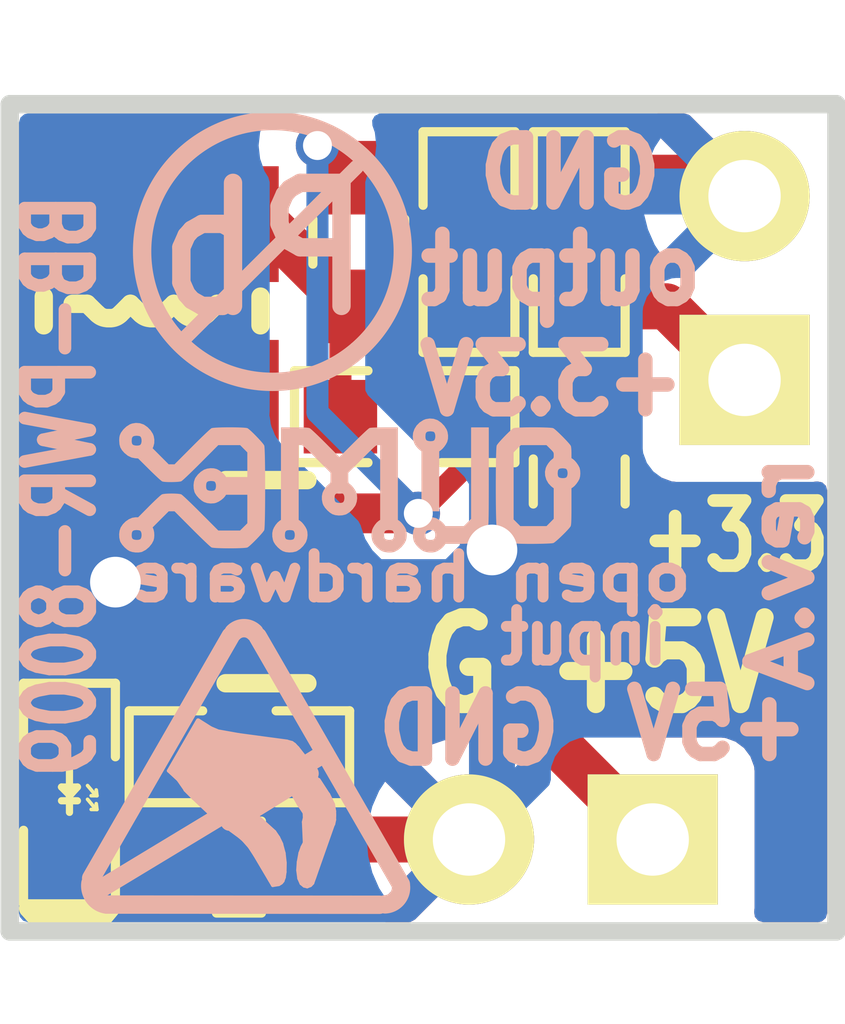
<source format=kicad_pcb>
(kicad_pcb (version 20221018) (generator pcbnew)
  (layers (0 "F.Cu" signal) (31 "B.Cu" signal) (34 "B.Paste" user) (35 "F.Paste" user) (36 "B.SilkS" user "B.Silkscreen") (37 "F.SilkS" user "F.Silkscreen") (38 "B.Mask" user) (39 "F.Mask" user) (44 "Edge.Cuts" user))
  (net 0 "")
  (net 1 "Net-(C1-Pad1)")
  (net 2 "GND")
  (net 3 "Net-(C2-Pad1)")
  (net 4 "Net-(C2-Pad2)")
  (net 5 "Net-(L1-Pad1)")
  (net 6 "Net-(D1-Pad1)")
  (footprint "kicad_wrk:C_0603" (layer "F.Cu") (at 18.415 28.067)
    (fp_text reference "C1" hide)
    (fp_text value "22uF/6.3V" hide)
    (fp_line (start -1.524 -0.635) (end -1.524 0.635) (stroke (width 0.127)) (layer "F.SilkS"))
    (fp_line (start -1.524 -0.635) (end -0.508 -0.635) (stroke (width 0.127)) (layer "F.SilkS"))
    (fp_line (start -1.524 0.635) (end -0.508 0.635) (stroke (width 0.127)) (layer "F.SilkS"))
    (fp_line (start 0.508 -0.635) (end 1.524 -0.635) (stroke (width 0.127)) (layer "F.SilkS"))
    (fp_line (start 1.524 -0.635) (end 1.524 0.635) (stroke (width 0.127)) (layer "F.SilkS"))
    (fp_line (start 1.524 0.635) (end 0.508 0.635) (stroke (width 0.127)) (layer "F.SilkS"))
    (pad "1" smd rect (at -0.889 0) (size 1.016 1.016) (layers "F.Cu" "F.Paste" "F.Mask") (net 1 "Net-(C1-Pad1)"))
    (pad "2" smd rect (at 0.889 0) (size 1.016 1.016) (layers "F.Cu" "F.Paste" "F.Mask") (net 2 "GND"))
  )
  (footprint "kicad_wrk:C_0603" (layer "F.Cu") (at 20.701 23.368)
    (fp_text reference "C2" hide)
    (fp_text value "22pF" hide)
    (fp_line (start -1.524 -0.635) (end -1.524 0.635) (stroke (width 0.127)) (layer "F.SilkS"))
    (fp_line (start -1.524 -0.635) (end -0.508 -0.635) (stroke (width 0.127)) (layer "F.SilkS"))
    (fp_line (start -1.524 0.635) (end -0.508 0.635) (stroke (width 0.127)) (layer "F.SilkS"))
    (fp_line (start 0.508 -0.635) (end 1.524 -0.635) (stroke (width 0.127)) (layer "F.SilkS"))
    (fp_line (start 1.524 -0.635) (end 1.524 0.635) (stroke (width 0.127)) (layer "F.SilkS"))
    (fp_line (start 1.524 0.635) (end 0.508 0.635) (stroke (width 0.127)) (layer "F.SilkS"))
    (pad "1" smd rect (at -0.889 0) (size 1.016 1.016) (layers "F.Cu" "F.Paste" "F.Mask") (net 3 "Net-(C2-Pad1)"))
    (pad "2" smd rect (at 0.889 0) (size 1.016 1.016) (layers "F.Cu" "F.Paste" "F.Mask") (net 4 "Net-(C2-Pad2)"))
  )
  (footprint "kicad_wrk:C_0603" (layer "F.Cu") (at 23.114 20.955 90)
    (fp_text reference "C3" hide)
    (fp_text value "22uF/6.3V" hide)
    (fp_line (start -1.524 -0.635) (end -1.524 0.635) (stroke (width 0.127)) (layer "F.SilkS"))
    (fp_line (start -1.524 -0.635) (end -0.508 -0.635) (stroke (width 0.127)) (layer "F.SilkS"))
    (fp_line (start -1.524 0.635) (end -0.508 0.635) (stroke (width 0.127)) (layer "F.SilkS"))
    (fp_line (start 0.508 -0.635) (end 1.524 -0.635) (stroke (width 0.127)) (layer "F.SilkS"))
    (fp_line (start 1.524 -0.635) (end 1.524 0.635) (stroke (width 0.127)) (layer "F.SilkS"))
    (fp_line (start 1.524 0.635) (end 0.508 0.635) (stroke (width 0.127)) (layer "F.SilkS"))
    (pad "1" smd rect (at -0.889 0 90) (size 1.016 1.016) (layers "F.Cu" "F.Paste" "F.Mask") (net 3 "Net-(C2-Pad1)"))
    (pad "2" smd rect (at 0.889 0 90) (size 1.016 1.016) (layers "F.Cu" "F.Paste" "F.Mask") (net 2 "GND"))
  )
  (footprint "kicad_wrk:C_0603" (layer "F.Cu") (at 21.59 20.955 90)
    (fp_text reference "C4" hide)
    (fp_text value "22uF/6.3V" hide)
    (fp_line (start -1.524 -0.635) (end -1.524 0.635) (stroke (width 0.127)) (layer "F.SilkS"))
    (fp_line (start -1.524 -0.635) (end -0.508 -0.635) (stroke (width 0.127)) (layer "F.SilkS"))
    (fp_line (start -1.524 0.635) (end -0.508 0.635) (stroke (width 0.127)) (layer "F.SilkS"))
    (fp_line (start 0.508 -0.635) (end 1.524 -0.635) (stroke (width 0.127)) (layer "F.SilkS"))
    (fp_line (start 1.524 -0.635) (end 1.524 0.635) (stroke (width 0.127)) (layer "F.SilkS"))
    (fp_line (start 1.524 0.635) (end 0.508 0.635) (stroke (width 0.127)) (layer "F.SilkS"))
    (pad "1" smd rect (at -0.889 0 90) (size 1.016 1.016) (layers "F.Cu" "F.Paste" "F.Mask") (net 3 "Net-(C2-Pad1)"))
    (pad "2" smd rect (at 0.889 0 90) (size 1.016 1.016) (layers "F.Cu" "F.Paste" "F.Mask") (net 2 "GND"))
  )
  (footprint "OLIMEX_RLC-FP:CD32" (layer "F.Cu") (at 17.2085 21.9075 90)
    (fp_text reference "L1" hide)
    (fp_text value "2.2uH/1.5A/JCR<0.1R/CD32" hide)
    (fp_line (start -0.09906 -0.58166) (end -0.09906 -0.61468) (stroke (width 0.254)) (layer "F.SilkS"))
    (fp_line (start -0.09906 0.01524) (end -0.09906 -0.01524) (stroke (width 0.254)) (layer "F.SilkS"))
    (fp_line (start -0.09906 0.61468) (end -0.09906 0.58166) (stroke (width 0.254)) (layer "F.SilkS"))
    (fp_line (start -0.04064 -0.75692) (end 0.09906 -0.89916) (stroke (width 0.254)) (layer "F.SilkS"))
    (fp_line (start -0.04064 -0.15748) (end 0.09906 -0.29972) (stroke (width 0.254)) (layer "F.SilkS"))
    (fp_line (start -0.04064 0.43942) (end 0.09906 0.29972) (stroke (width 0.254)) (layer "F.SilkS"))
    (fp_line (start 0.09906 -0.89916) (end 0.09906 -1.09982) (stroke (width 0.254)) (layer "F.SilkS"))
    (fp_line (start 0.09906 -0.29972) (end -0.04064 -0.43942) (stroke (width 0.254)) (layer "F.SilkS"))
    (fp_line (start 0.09906 0.29972) (end -0.04064 0.15748) (stroke (width 0.254)) (layer "F.SilkS"))
    (fp_line (start 0.09906 0.89916) (end -0.04064 0.75692) (stroke (width 0.254)) (layer "F.SilkS"))
    (fp_line (start 0.09906 1.09982) (end 0.09906 0.89916) (stroke (width 0.254)) (layer "F.SilkS"))
    (fp_line (start 0.19812 -1.4986) (end -0.19812 -1.4986) (stroke (width 0.254)) (layer "F.SilkS"))
    (fp_line (start 0.19812 1.4986) (end -0.19812 1.4986) (stroke (width 0.254)) (layer "F.SilkS"))
    (fp_arc (start -0.09906 -0.61468) (mid -0.084045 -0.690337) (end -0.041276 -0.754527) (stroke (width 0.254)) (layer "F.SilkS"))
    (fp_arc (start -0.09906 -0.01524) (mid -0.084045 -0.090897) (end -0.041276 -0.155087) (stroke (width 0.254)) (layer "F.SilkS"))
    (fp_arc (start -0.09906 0.58166) (mid -0.084045 0.506003) (end -0.041276 0.441813) (stroke (width 0.254)) (layer "F.SilkS"))
    (fp_arc (start -0.04064 -0.43942) (mid -0.084371 -0.503548) (end -0.100298 -0.579516) (stroke (width 0.254)) (layer "F.SilkS"))
    (fp_arc (start -0.04064 0.15748) (mid -0.084371 0.093352) (end -0.100298 0.017384) (stroke (width 0.254)) (layer "F.SilkS"))
    (fp_arc (start -0.04064 0.75692) (mid -0.084371 0.692792) (end -0.100298 0.616824) (stroke (width 0.254)) (layer "F.SilkS"))
    (pad "1" smd rect (at -1.2 0 180) (size 3.5 1.6) (layers "F.Cu" "F.Paste" "F.Mask") (net 5 "Net-(L1-Pad1)") (clearance 0.0508))
    (pad "2" smd rect (at 1.2 0 180) (size 3.5 1.6) (layers "F.Cu" "F.Paste" "F.Mask") (net 3 "Net-(C2-Pad1)") (clearance 0.0508))
  )
  (footprint "OLIMEX_Jumpers-FP:HN1x2_Jumper" (layer "F.Cu") (at 22.86 29.21 180)
    (fp_text reference "P1" hide)
    (fp_text value "HN1x2" hide)
    (pad "1" thru_hole rect (at -1.27 0 270) (size 1.8 1.8) (drill 1) (layers "*.Cu" "*.Mask" "F.SilkS") (net 1 "Net-(C1-Pad1)"))
    (pad "2" thru_hole circle (at 1.27 0 270) (size 1.8 1.8) (drill 1) (layers "*.Cu" "*.Mask" "F.SilkS") (net 2 "GND"))
  )
  (footprint "OLIMEX_Jumpers-FP:HN1x2_Jumper" (layer "F.Cu") (at 25.4 21.59 90)
    (fp_text reference "P2" hide)
    (fp_text value "HN1x2" hide)
    (pad "1" thru_hole rect (at -1.27 0 180) (size 1.8 1.8) (drill 1) (layers "*.Cu" "*.Mask" "F.SilkS") (net 3 "Net-(C2-Pad1)"))
    (pad "2" thru_hole circle (at 1.27 0 180) (size 1.8 1.8) (drill 1) (layers "*.Cu" "*.Mask" "F.SilkS") (net 2 "GND"))
  )
  (footprint "OLIMEX_RLC-FP:R_0603_DWS" (layer "F.Cu") (at 20.066 20.955 90)
    (fp_text reference "R1" hide)
    (fp_text value "4.99K 1%" hide)
    (fp_line (start -0.3048 -0.635) (end 0.3175 -0.635) (stroke (width 0.127)) (layer "F.SilkS"))
    (fp_line (start -0.3048 0.635) (end 0.3175 0.635) (stroke (width 0.127)) (layer "F.SilkS"))
    (pad "1" smd rect (at -0.889 0 90) (size 1.016 1.016) (layers "F.Cu" "F.Paste" "F.Mask") (net 3 "Net-(C2-Pad1)") (clearance 0.0508))
    (pad "2" smd rect (at 0.889 0 90) (size 1.016 1.016) (layers "F.Cu" "F.Paste" "F.Mask") (net 4 "Net-(C2-Pad2)") (clearance 0.0508))
  )
  (footprint "OLIMEX_RLC-FP:R_0603_DWS" (layer "F.Cu") (at 23.114 24.257 -90)
    (fp_text reference "R2" hide)
    (fp_text value "1.1K 1%" hide)
    (fp_line (start -0.3048 -0.635) (end 0.3175 -0.635) (stroke (width 0.127)) (layer "F.SilkS"))
    (fp_line (start -0.3048 0.635) (end 0.3175 0.635) (stroke (width 0.127)) (layer "F.SilkS"))
    (pad "1" smd rect (at -0.889 0 270) (size 1.016 1.016) (layers "F.Cu" "F.Paste" "F.Mask") (net 4 "Net-(C2-Pad2)") (clearance 0.0508))
    (pad "2" smd rect (at 0.889 0 270) (size 1.016 1.016) (layers "F.Cu" "F.Paste" "F.Mask") (net 2 "GND") (clearance 0.0508))
  )
  (footprint "OLIMEX_IC-FP:SOT-23-5" (layer "F.Cu") (at 18.796 25.654 180)
    (fp_text reference "U1" hide)
    (fp_text value "SY8009AAAC(SOT23-5)" hide)
    (fp_line (start -0.5588 -1.397) (end 0.5715 -1.397) (stroke (width 0.254)) (layer "F.SilkS"))
    (fp_line (start -0.5588 1.4097) (end 0.5715 1.4097) (stroke (width 0.254)) (layer "F.SilkS"))
    (pad "1" smd rect (at 1.3 0.95 180) (size 1.2 0.55) (layers "F.Cu" "F.Paste" "F.Mask") (net 1 "Net-(C1-Pad1)") (clearance 0.0508))
    (pad "2" smd rect (at 1.3 0 180) (size 1.2 0.55) (layers "F.Cu" "F.Paste" "F.Mask") (net 2 "GND") (clearance 0.0508))
    (pad "3" smd rect (at 1.3 -0.95 180) (size 1.2 0.55) (layers "F.Cu" "F.Paste" "F.Mask") (net 5 "Net-(L1-Pad1)") (clearance 0.0508))
    (pad "4" smd rect (at -1.3 -0.95 180) (size 1.2 0.55) (layers "F.Cu" "F.Paste" "F.Mask") (net 1 "Net-(C1-Pad1)") (clearance 0.0508))
    (pad "5" smd rect (at -1.3 0.95 180) (size 1.2 0.55) (layers "F.Cu" "F.Paste" "F.Mask") (net 4 "Net-(C2-Pad2)") (clearance 0.0508))
  )
  (footprint "OLIMEX_LEDs-FP:LED_0603_KA" (layer "F.Cu") (at 16.0655 28.575 -90)
    (fp_text reference "D1" hide)
    (fp_text value "LED_RED_0603" hide)
    (fp_line (start -1.524 -0.635) (end -1.524 0.635) (stroke (width 0.127)) (layer "F.SilkS"))
    (fp_line (start -1.524 -0.635) (end -0.508 -0.635) (stroke (width 0.127)) (layer "F.SilkS"))
    (fp_line (start -1.524 0.635) (end -0.508 0.635) (stroke (width 0.127)) (layer "F.SilkS"))
    (fp_line (start -0.32 0) (end 0.26 0) (stroke (width 0.1)) (layer "F.SilkS"))
    (fp_line (start -0.11 -0.25) (end 0.02 -0.36) (stroke (width 0.05)) (layer "F.SilkS"))
    (fp_line (start -0.09 -0.11) (end -0.09 0.11) (stroke (width 0.1)) (layer "F.SilkS"))
    (fp_line (start -0.09 -0.11) (end 0.02 -0.01) (stroke (width 0.1)) (layer "F.SilkS"))
    (fp_line (start -0.09 0.11) (end 0.01 0.01) (stroke (width 0.1)) (layer "F.SilkS"))
    (fp_line (start 0.03 -0.38) (end -0.05 -0.37) (stroke (width 0.05)) (layer "F.SilkS"))
    (fp_line (start 0.03 -0.38) (end 0.03 -0.3) (stroke (width 0.05)) (layer "F.SilkS"))
    (fp_line (start 0.08 -0.25) (end 0.21 -0.36) (stroke (width 0.05)) (layer "F.SilkS"))
    (fp_line (start 0.1 -0.11) (end 0.1 0.11) (stroke (width 0.1)) (layer "F.SilkS"))
    (fp_line (start 0.22 -0.38) (end 0.14 -0.37) (stroke (width 0.05)) (layer "F.SilkS"))
    (fp_line (start 0.22 -0.38) (end 0.22 -0.3) (stroke (width 0.05)) (layer "F.SilkS"))
    (fp_line (start 0.508 -0.635) (end 1.524 -0.635) (stroke (width 0.127)) (layer "F.SilkS"))
    (fp_line (start 1.524 -0.635) (end 1.524 0.635) (stroke (width 0.127)) (layer "F.SilkS"))
    (fp_line (start 1.524 0.635) (end 0.508 0.635) (stroke (width 0.127)) (layer "F.SilkS"))
    (fp_line (start 1.5875 -0.5715) (end 1.7399 -0.4445) (stroke (width 0.254)) (layer "F.SilkS"))
    (fp_line (start 1.5875 0.5715) (end 1.7272 0.4445) (stroke (width 0.254)) (layer "F.SilkS"))
    (fp_line (start 1.6129 -0.4445) (end 1.6129 0.3556) (stroke (width 0.254)) (layer "F.SilkS"))
    (fp_line (start 1.7399 -0.4191) (end 1.7399 0.4064) (stroke (width 0.254)) (layer "F.SilkS"))
    (pad "1" smd rect (at 0.889 0 270) (size 1.03 1.06) (layers "F.Cu" "F.Paste" "F.Mask") (net 6 "Net-(D1-Pad1)"))
    (pad "2" smd rect (at -0.889 0 270) (size 1.03 1.06) (layers "F.Cu" "F.Paste" "F.Mask") (net 1 "Net-(C1-Pad1)"))
  )
  (footprint "OLIMEX_RLC-FP:R_0603_DWS" (layer "F.Cu") (at 18.415 29.591 180)
    (fp_text reference "R3" hide)
    (fp_text value "2.2K" hide)
    (fp_line (start -0.3048 -0.635) (end 0.3175 -0.635) (stroke (width 0.127)) (layer "F.SilkS"))
    (fp_line (start -0.3048 0.635) (end 0.3175 0.635) (stroke (width 0.127)) (layer "F.SilkS"))
    (pad "1" smd rect (at -0.889 0 180) (size 1.016 1.016) (layers "F.Cu" "F.Paste" "F.Mask") (net 2 "GND") (clearance 0.0508))
    (pad "2" smd rect (at 0.889 0 180) (size 1.016 1.016) (layers "F.Cu" "F.Paste" "F.Mask") (net 6 "Net-(D1-Pad1)") (clearance 0.0508))
  )
  (footprint "OLIMEX_Other-FP:via_09_07" (layer "F.Cu") (at 16.7005 25.654)
    (fp_text reference "Ref**" hide)
    (fp_text value "Val**" hide)
    (pad "0" thru_hole circle (at 0 0) (size 0.8382 0.8382) (drill 0.7) (layers "*.Cu") (net 2 "GND"))
  )
  (footprint "OLIMEX_Other-FP:via_09_07" (layer "F.Cu") (at 21.9075 25.273)
    (fp_text reference "Ref**" hide)
    (fp_text value "Val**" hide)
    (pad "0" thru_hole circle (at 0 -0.0635) (size 0.9 0.9) (drill 0.7) (layers "*.Cu") (net 2 "GND"))
  )
  (footprint "OLIMEX_LOGOs-FP:LOGO_ANTISTATIC_SMALL_4.5mmX2.8mm" (layer "B.Cu") (at 18.4785 28.194 180)
    (fp_text reference "" (at 0 3.0226 180) (layer "B.SilkS") (effects (justify mirror)))
    (fp_text value "")
    (fp_line (start -2.16916 -1.63576) (end -0.1905 1.78816) (stroke (width 0.254)) (layer "B.SilkS"))
    (fp_line (start -1.87198 -1.9177) (end 1.8923 -1.91516) (stroke (width 0.254)) (layer "B.SilkS"))
    (fp_line (start -1.24968 -0.74168) (end -1.24968 -0.62738) (stroke (width 0.05)) (layer "B.SilkS"))
    (fp_line (start -1.24968 -0.62484) (end -1.23444 -0.5334) (stroke (width 0.05)) (layer "B.SilkS"))
    (fp_line (start -1.23698 -0.80518) (end -1.24968 -0.74422) (stroke (width 0.05)) (layer "B.SilkS"))
    (fp_line (start -1.23444 -0.53) (end -1.16586 -0.39) (stroke (width 0.05)) (layer "B.SilkS"))
    (fp_line (start -1.16586 -0.3937) (end -1.03378 -0.1905) (stroke (width 0.05)) (layer "B.SilkS"))
    (fp_line (start -1.14808 -0.67818) (end -0.8763 -1.5113) (stroke (width 0.254)) (layer "B.SilkS"))
    (fp_line (start -1.12014 0.1778) (end 2.09296 -1.76276) (stroke (width 0.254)) (layer "B.SilkS"))
    (fp_line (start -0.97028 -1.04394) (end -0.87884 -1.36906) (stroke (width 0.254)) (layer "B.SilkS"))
    (fp_line (start -0.9525 -0.635) (end -0.97028 -1.03632) (stroke (width 0.254)) (layer "B.SilkS"))
    (fp_line (start -0.94742 -1.61798) (end -1.23444 -0.80264) (stroke (width 0.05)) (layer "B.SilkS"))
    (fp_line (start -0.91948 -1.64846) (end -0.94742 -1.61798) (stroke (width 0.05)) (layer "B.SilkS"))
    (fp_line (start -0.91948 -0.22352) (end -1.12014 -0.59944) (stroke (width 0.254)) (layer "B.SilkS"))
    (fp_line (start -0.90678 -0.10414) (end 0.19812 -0.76962) (stroke (width 0.254)) (layer "B.SilkS"))
    (fp_line (start -0.87376 -1.66624) (end -0.9144 -1.651) (stroke (width 0.05)) (layer "B.SilkS"))
    (fp_line (start -0.84074 -0.70612) (end -0.8255 -0.7747) (stroke (width 0.05)) (layer "B.SilkS"))
    (fp_line (start -0.8382 -1.06172) (end -0.80772 -1.12014) (stroke (width 0.05)) (layer "B.SilkS"))
    (fp_line (start -0.83566 -0.6477) (end -0.8382 -0.70612) (stroke (width 0.05)) (layer "B.SilkS"))
    (fp_line (start -0.83566 0.12954) (end -0.74168 0.24892) (stroke (width 0.05)) (layer "B.SilkS"))
    (fp_line (start -0.83312 -1.65608) (end -0.87376 -1.66624) (stroke (width 0.05)) (layer "B.SilkS"))
    (fp_line (start -0.8255 -0.7747) (end -0.8382 -1.06172) (stroke (width 0.05)) (layer "B.SilkS"))
    (fp_line (start -0.80772 -1.12014) (end -0.77724 -1.20396) (stroke (width 0.05)) (layer "B.SilkS"))
    (fp_line (start -0.79248 -1.62306) (end -0.83312 -1.65608) (stroke (width 0.05)) (layer "B.SilkS"))
    (fp_line (start -0.77724 -1.20396) (end -0.75438 -1.32842) (stroke (width 0.05)) (layer "B.SilkS"))
    (fp_line (start -0.76454 -0.27432) (end -1.05156 -0.71374) (stroke (width 0.254)) (layer "B.SilkS"))
    (fp_line (start -0.762 -1.55448) (end -0.79248 -1.62306) (stroke (width 0.05)) (layer "B.SilkS"))
    (fp_line (start -0.75438 -1.32842) (end -0.74676 -1.44018) (stroke (width 0.05)) (layer "B.SilkS"))
    (fp_line (start -0.75184 -0.52324) (end -0.83566 -0.6477) (stroke (width 0.05)) (layer "B.SilkS"))
    (fp_line (start -0.74676 -1.44018) (end -0.762 -1.55448) (stroke (width 0.05)) (layer "B.SilkS"))
    (fp_line (start -0.74168 0.24892) (end -0.6985 0.29464) (stroke (width 0.05)) (layer "B.SilkS"))
    (fp_line (start -0.69596 0.29718) (end -0.66294 0.32004) (stroke (width 0.05)) (layer "B.SilkS"))
    (fp_line (start -0.6858 0.1524) (end 0.4572 -0.51308) (stroke (width 0.254)) (layer "B.SilkS"))
    (fp_line (start -0.6731 -0.38354) (end -0.75184 -0.52324) (stroke (width 0.05)) (layer "B.SilkS"))
    (fp_line (start -0.66294 0.32004) (end -0.59182 0.34036) (stroke (width 0.05)) (layer "B.SilkS"))
    (fp_line (start -0.59182 0.34036) (end 0.07112 0.42926) (stroke (width 0.05)) (layer "B.SilkS"))
    (fp_line (start -0.58928 0.22098) (end 0.38862 0.36576) (stroke (width 0.254)) (layer "B.SilkS"))
    (fp_line (start -0.56642 -1.33858) (end -0.55118 -1.20396) (stroke (width 0.05)) (layer "B.SilkS"))
    (fp_line (start -0.56388 -1.46558) (end -0.56642 -1.33858) (stroke (width 0.05)) (layer "B.SilkS"))
    (fp_line (start -0.55372 -1.53924) (end -0.56398 -1.46558) (stroke (width 0.05)) (layer "B.SilkS"))
    (fp_line (start -0.55118 -1.20396) (end -0.51816 -1.08204) (stroke (width 0.05)) (layer "B.SilkS"))
    (fp_line (start -0.53594 -1.5875) (end -0.55372 -1.53924) (stroke (width 0.05)) (layer "B.SilkS"))
    (fp_line (start -0.51816 -1.61036) (end -0.53594 -1.58875) (stroke (width 0.05)) (layer "B.SilkS"))
    (fp_line (start -0.51816 -1.07696) (end -0.47498 -0.98806) (stroke (width 0.05)) (layer "B.SilkS"))
    (fp_line (start -0.48006 -1.63576) (end -0.51308 -1.61544) (stroke (width 0.05)) (layer "B.SilkS"))
    (fp_line (start -0.48006 0.21844) (end 0.54356 -0.4191) (stroke (width 0.254)) (layer "B.SilkS"))
    (fp_line (start -0.47498 -0.98806) (end -0.42164 -0.90932) (stroke (width 0.05)) (layer "B.SilkS"))
    (fp_line (start -0.4445 -1.52146) (end -0.24638 -1.1303) (stroke (width 0.254)) (layer "B.SilkS"))
    (fp_line (start -0.42418 -1.27254) (end -0.4445 -1.52146) (stroke (width 0.254)) (layer "B.SilkS"))
    (fp_line (start -0.42164 -0.90932) (end -0.17526 -0.6858) (stroke (width 0.05)) (layer "B.SilkS"))
    (fp_line (start -0.39878 -1.64846) (end -0.47752 -1.63576) (stroke (width 0.05)) (layer "B.SilkS"))
    (fp_line (start -0.35052 -1.0287) (end -0.42418 -1.27254) (stroke (width 0.254)) (layer "B.SilkS"))
    (fp_line (start -0.24638 -1.1303) (end 0.06096 -0.80518) (stroke (width 0.254)) (layer "B.SilkS"))
    (fp_line (start -0.20828 0.28702) (end 0.68072 -0.28702) (stroke (width 0.254)) (layer "B.SilkS"))
    (fp_line (start -0.1778 -0.68834) (end -0.6731 -0.38354) (stroke (width 0.05)) (layer "B.SilkS"))
    (fp_line (start -0.1524 -1.2319) (end -0.39878 -1.64846) (stroke (width 0.05)) (layer "B.SilkS"))
    (fp_line (start -0.0762 -1.11506) (end -0.1524 -1.2319) (stroke (width 0.05)) (layer "B.SilkS"))
    (fp_line (start 0.00508 -0.70358) (end -0.35052 -1.0287) (stroke (width 0.254)) (layer "B.SilkS"))
    (fp_line (start 0.00762 -1.02108) (end -0.0762 -1.11506) (stroke (width 0.05)) (layer "B.SilkS"))
    (fp_line (start 0.0635 -0.97282) (end 0.00762 -1.02108) (stroke (width 0.05)) (layer "B.SilkS"))
    (fp_line (start 0.07112 0.42926) (end 0.3429 0.47752) (stroke (width 0.05)) (layer "B.SilkS"))
    (fp_line (start 0.09398 0.32258) (end 0.79248 -0.13716) (stroke (width 0.254)) (layer "B.SilkS"))
    (fp_line (start 0.18542 -0.88392) (end 0.0635 -0.97282) (stroke (width 0.05)) (layer "B.SilkS"))
    (fp_line (start 0.18542 1.79324) (end 2.11328 -1.55194) (stroke (width 0.254)) (layer "B.SilkS"))
    (fp_line (start 0.34544 0.47498) (end 0.45974 0.52324) (stroke (width 0.05)) (layer "B.SilkS"))
    (fp_line (start 0.35814 0.36576) (end 0.89408 -0.02032) (stroke (width 0.254)) (layer "B.SilkS"))
    (fp_line (start 0.45974 0.52324) (end 0.63246 0.63246) (stroke (width 0.05)) (layer "B.SilkS"))
    (fp_line (start 0.51308 0.4318) (end 0.73914 0.2413) (stroke (width 0.254)) (layer "B.SilkS"))
    (fp_line (start 0.5969 0.4826) (end 0.77724 0.18542) (stroke (width 0.254)) (layer "B.SilkS"))
    (fp_line (start 0.63754 0.63246) (end 1.0414 -0.06604) (stroke (width 0.05)) (layer "B.SilkS"))
    (fp_line (start 0.70104 -0.44196) (end 0.49022 -0.64008) (stroke (width 0.05)) (layer "B.SilkS"))
    (fp_line (start 0.77216 -0.1397) (end 0.59436 -0.36068) (stroke (width 0.254)) (layer "B.SilkS"))
    (fp_line (start 0.8128 -0.3302) (end 0.6985 -0.4445) (stroke (width 0.05)) (layer "B.SilkS"))
    (fp_line (start 0.90678 -0.1905) (end 0.80772 -0.33274) (stroke (width 0.05)) (layer "B.SilkS"))
    (fp_line (start 1.0414 -0.06604) (end 0.90932 -0.18796) (stroke (width 0.05)) (layer "B.SilkS"))
    (fp_arc (start -2.1717 -1.67132) (mid -2.111185 -1.837736) (end -1.95072 -1.91262) (stroke (width 0.254)) (layer "B.SilkS"))
    (fp_arc (start 0.14478 1.84404) (mid 0 1.90401) (end -0.14478 1.84404) (stroke (width 0.254)) (layer "B.SilkS"))
    (fp_arc (start 1.89992 -1.91516) (mid 2.072702 -1.814133) (end 2.12344 -1.62052) (stroke (width 0.254)) (layer "B.SilkS"))
  )
  (footprint "OLIMEX_LOGOs-FP:LOGO_OLIMEX_80" (layer "B.Cu") (at 19.939 24.3205 180)
    (fp_text reference "" hide)
    (fp_text value "" hide)
    (fp_poly (pts (xy -0.877027 0.677084) (xy -0.884353 0.623998) (xy -0.90512 0.572934) (xy -0.923467 0.545138) (xy -0.943238 0.522204) (xy -0.964684 0.501389) (xy -0.972909 0.494705) (xy -0.9978 0.47625) (xy -0.99801 0.062865) (xy -0.99822 -0.35052) (xy -1.04394 -0.35052) (xy -1.04394 0.68199) (xy -1.047007 0.716185) (xy -1.057575 0.738242) (xy -1.077698 0.750257) (xy -1.109429 0.754325) (xy -1.114874 0.75438) (xy -1.140529 0.752605) (xy -1.161358 0.748072) (xy -1.168632 0.744651) (xy -1.181853 0.726655) (xy -1.188833 0.700109) (xy -1.189563 0.670333) (xy -1.184032 0.64265) (xy -1.172232 0.622383) (xy -1.168862 0.619497) (xy -1.148757 0.611714) (xy -1.121251 0.609164) (xy -1.09248 0.611551) (xy -1.06858 0.618574) (xy -1.05918 0.62484) (xy -1.049325 0.639524) (xy -1.044725 0.660981) (xy -1.04394 0.68199) (xy -1.04394 -0.35052) (xy -1.11633 -0.35052) (xy -1.23444 -0.35052) (xy -1.234462 0.062865) (xy -1.234484 0.47625) (xy -1.257799 0.49149) (xy -1.280587 0.511148) (xy -1.305268 0.539897) (xy -1.32799 0.572712) (xy -1.344904 0.604568) (xy -1.345451 0.605862) (xy -1.355908 0.647135) (xy -1.357114 0.694301) (xy -1.34936 0.741375) (xy -1.337265 0.774204) (xy -1.306381 0.82234) (xy -1.264933 0.865293) (xy -1.217559 0.898391) (xy -1.210243 0.902209) (xy -1.160723 0.918858) (xy -1.107247 0.923004) (xy -1.054573 0.914645) (xy -1.022417 0.902209) (xy -0.970933 0.869287) (xy -0.930093 0.828295) (xy -0.900456 0.781252) (xy -0.882581 0.730175) (xy -0.877027 0.677084)) (stroke (width 0.009)) (fill solid) (layer "B.SilkS"))
    (fp_poly (pts (xy -0.879158 -0.672094) (xy -0.881346 -0.720273) (xy -0.891306 -0.763558) (xy -0.897255 -0.777742) (xy -0.920793 -0.814381) (xy -0.953539 -0.850932) (xy -0.99044 -0.88235) (xy -1.020578 -0.9009) (xy -1.04394 -0.90874) (xy -1.04394 -0.68199) (xy -1.047007 -0.647795) (xy -1.057575 -0.625738) (xy -1.077698 -0.613723) (xy -1.109429 -0.609655) (xy -1.114874 -0.6096) (xy -1.140529 -0.611375) (xy -1.161358 -0.615908) (xy -1.168632 -0.619329) (xy -1.181853 -0.637325) (xy -1.188833 -0.663871) (xy -1.189563 -0.693647) (xy -1.184032 -0.72133) (xy -1.172232 -0.741597) (xy -1.168862 -0.744483) (xy -1.148757 -0.752266) (xy -1.121251 -0.754816) (xy -1.09248 -0.752429) (xy -1.06858 -0.745406) (xy -1.05918 -0.73914) (xy -1.049325 -0.724456) (xy -1.044725 -0.702999) (xy -1.04394 -0.68199) (xy -1.04394 -0.90874) (xy -1.056554 -0.912973) (xy -1.099649 -0.919359) (xy -1.143567 -0.9197) (xy -1.18201 -0.913637) (xy -1.19127 -0.910617) (xy -1.222768 -0.895013) (xy -1.255897 -0.872825) (xy -1.28544 -0.847987) (xy -1.306183 -0.824432) (xy -1.30683 -0.823459) (xy -1.32207 -0.800144) (xy -1.48424 -0.800122) (xy -1.543508 -0.799844) (xy -1.589414 -0.798956) (xy -1.623824 -0.797349) (xy -1.648609 -0.794914) (xy -1.665637 -0.791544) (xy -1.672555 -0.789176) (xy -1.687884 -0.77954) (xy -1.711138 -0.760971) (xy -1.740051 -0.73567) (xy -1.772357 -0.70584) (xy -1.805792 -0.673686) (xy -1.83809 -0.641409) (xy -1.866985 -0.611213) (xy -1.890212 -0.5853) (xy -1.905505 -0.565874) (xy -1.909864 -0.55841) (xy -1.911727 -0.551664) (xy -1.913363 -0.540195) (xy -1.914787 -0.523117) (xy -1.916012 -0.499543) (xy -1.917049 -0.468586) (xy -1.917914 -0.429358) (xy -1.918619 -0.380974) (xy -1.919178 -0.322546) (xy -1.919603 -0.253186) (xy -1.919909 -0.172009) (xy -1.920108 -0.078128) (xy -1.920213 0.029346) (xy -1.92024 0.133105) (xy -1.92024 0.8001) (xy -1.80213 0.8001) (xy -1.68402 0.8001) (xy -1.68402 0.169341) (xy -1.68402 -0.461419) (xy -1.632394 -0.512649) (xy -1.580768 -0.56388) (xy -1.451419 -0.563858) (xy -1.32207 -0.563836) (xy -1.30683 -0.540521) (xy -1.287434 -0.518018) (xy -1.259043 -0.493525) (xy -1.226719 -0.470942) (xy -1.195523 -0.454166) (xy -1.193597 -0.453345) (xy -1.154747 -0.44349) (xy -1.109329 -0.441731) (xy -1.063493 -0.447766) (xy -1.023389 -0.461292) (xy -1.022417 -0.461771) (xy -0.977989 -0.490317) (xy -0.937499 -0.528143) (xy -0.905754 -0.570504) (xy -0.898008 -0.584683) (xy -0.88472 -0.624928) (xy -0.879158 -0.672094)) (stroke (width 0.009)) (fill solid) (layer "B.SilkS"))
    (fp_poly (pts (xy -2.025681 -0.010469) (xy -2.025804 -0.091315) (xy -2.026172 -0.170484) (xy -2.026785 -0.246439) (xy -2.027644 -0.317645) (xy -2.028749 -0.382565) (xy -2.0301 -0.439665) (xy -2.031699 -0.487407) (xy -2.033545 -0.524258) (xy -2.035639 -0.54868) (xy -2.037564 -0.55841) (xy -2.046923 -0.572554) (xy -2.065292 -0.594533) (xy -2.090489 -0.622183) (xy -2.120328 -0.653335) (xy -2.152626 -0.685824) (xy -2.185198 -0.717484) (xy -2.215862 -0.746148) (xy -2.242432 -0.76965) (xy -2.262726 -0.785824) (xy -2.26314 -0.786073) (xy -2.26314 -0.46907) (xy -2.26314 -0.004221) (xy -2.26314 0.460628) (xy -2.314371 0.512254) (xy -2.365601 0.56388) (xy -2.544684 0.56388) (xy -2.723768 0.56388) (xy -2.775394 0.512649) (xy -2.799286 0.488642) (xy -2.814364 0.471679) (xy -2.822656 0.458094) (xy -2.826188 0.44422) (xy -2.826988 0.426391) (xy -2.826998 0.419304) (xy -2.826183 0.394307) (xy -2.822334 0.379224) (xy -2.813293 0.368757) (xy -2.803661 0.36195) (xy -2.778993 0.340557) (xy -2.753557 0.309955) (xy -2.731257 0.275439) (xy -2.71648 0.243698) (xy -2.7056 0.190908) (xy -2.708404 0.136674) (xy -2.723955 0.083848) (xy -2.751316 0.035283) (xy -2.789551 -0.006166) (xy -2.801709 -0.015835) (xy -2.8266 -0.03429) (xy -2.82681 -0.247459) (xy -2.82702 -0.460627) (xy -2.775789 -0.512254) (xy -2.724559 -0.56388) (xy -2.541679 -0.56388) (xy -2.3588 -0.56388) (xy -2.31097 -0.516475) (xy -2.26314 -0.46907) (xy -2.26314 -0.786073) (xy -2.273161 -0.792102) (xy -2.28819 -0.794766) (xy -2.316033 -0.796904) (xy -2.354405 -0.798531) (xy -2.401022 -0.79966) (xy -2.4536 -0.800304) (xy -2.509856 -0.800478) (xy -2.567503 -0.800195) (xy -2.62426 -0.79947) (xy -2.67784 -0.798314) (xy -2.725961 -0.796743) (xy -2.766337 -0.79477) (xy -2.796686 -0.792409) (xy -2.814721 -0.789672) (xy -2.817252 -0.788842) (xy -2.832298 -0.779161) (xy -2.85525 -0.760578) (xy -2.87274 -0.745121) (xy -2.87274 0.17145) (xy -2.875807 0.205645) (xy -2.886375 0.227702) (xy -2.906498 0.239717) (xy -2.938229 0.243785) (xy -2.943674 0.24384) (xy -2.969329 0.242065) (xy -2.990158 0.237532) (xy -2.997432 0.234111) (xy -3.010653 0.216115) (xy -3.017633 0.189569) (xy -3.018363 0.159793) (xy -3.012832 0.13211) (xy -3.001032 0.111843) (xy -2.997662 0.108957) (xy -2.977557 0.101174) (xy -2.950051 0.098624) (xy -2.92128 0.101011) (xy -2.89738 0.108034) (xy -2.88798 0.1143) (xy -2.878125 0.128984) (xy -2.873525 0.150441) (xy -2.87274 0.17145) (xy -2.87274 -0.745121) (xy -2.883858 -0.735295) (xy -2.915873 -0.705509) (xy -2.949047 -0.673423) (xy -2.981128 -0.641234) (xy -3.009869 -0.611144) (xy -3.03302 -0.585352) (xy -3.048331 -0.566058) (xy -3.052864 -0.55841) (xy -3.055891 -0.547799) (xy -3.058313 -0.530833) (xy -3.060185 -0.506081) (xy -3.061561 -0.472113) (xy -3.062495 -0.427498) (xy -3.063042 -0.370806) (xy -3.063254 -0.300605) (xy -3.063262 -0.28409) (xy -3.063284 -0.03429) (xy -3.086599 -0.01905) (xy -3.109387 0.000608) (xy -3.134068 0.029357) (xy -3.15679 0.062172) (xy -3.173704 0.094028) (xy -3.174251 0.095322) (xy -3.182502 0.127227) (xy -3.185645 0.166704) (xy -3.183683 0.206965) (xy -3.176614 0.241225) (xy -3.174251 0.247578) (xy -3.15768 0.279277) (xy -3.135131 0.312155) (xy -3.110456 0.341187) (xy -3.087504 0.361348) (xy -3.086599 0.36195) (xy -3.063284 0.37719) (xy -3.063262 0.450989) (xy -3.062435 0.485581) (xy -3.060239 0.516613) (xy -3.057065 0.539411) (xy -3.055244 0.546239) (xy -3.046782 0.559575) (xy -3.029189 0.581051) (xy -3.004585 0.608527) (xy -2.975092 0.639868) (xy -2.942832 0.672933) (xy -2.909924 0.705586) (xy -2.878492 0.735688) (xy -2.850656 0.761101) (xy -2.828538 0.779687) (xy -2.814258 0.789308) (xy -2.81393 0.789455) (xy -2.798663 0.792683) (xy -2.77048 0.795387) (xy -2.731695 0.797566) (xy -2.684623 0.799218) (xy -2.631579 0.800344) (xy -2.574877 0.800941) (xy -2.516833 0.801009) (xy -2.45976 0.800546) (xy -2.405974 0.799552) (xy -2.35779 0.798024) (xy -2.317521 0.795962) (xy -2.287483 0.793365) (xy -2.269991 0.790232) (xy -2.26861 0.789724) (xy -2.253989 0.780108) (xy -2.231595 0.761237) (xy -2.203632 0.735376) (xy -2.172302 0.704789) (xy -2.139808 0.671743) (xy -2.108354 0.638502) (xy -2.080142 0.607333) (xy -2.057375 0.580501) (xy -2.042257 0.560271) (xy -2.037844 0.552415) (xy -2.035538 0.539256) (xy -2.033473 0.512417) (xy -2.03165 0.473435) (xy -2.030069 0.423844) (xy -2.028729 0.365181) (xy -2.027633 0.298981) (xy -2.026779 0.226781) (xy -2.026169 0.150115) (xy -2.025803 0.07052) (xy -2.025681 -0.010469)) (stroke (width 0.009)) (fill solid) (layer "B.SilkS"))
    (fp_poly (pts (xy 1.065057 -0.657021) (xy 1.064454 -0.705796) (xy 1.05517 -0.752946) (xy 1.045576 -0.777742) (xy 1.022415 -0.814127) (xy 0.989912 -0.850594) (xy 0.953084 -0.882112) (xy 0.922522 -0.901065) (xy 0.89916 -0.908681) (xy 0.89916 -0.68199) (xy 0.896093 -0.647795) (xy 0.885525 -0.625738) (xy 0.865402 -0.613723) (xy 0.833671 -0.609655) (xy 0.828226 -0.6096) (xy 0.802571 -0.611375) (xy 0.781742 -0.615908) (xy 0.774468 -0.619329) (xy 0.761247 -0.637325) (xy 0.754267 -0.663871) (xy 0.753537 -0.693647) (xy 0.759068 -0.72133) (xy 0.770868 -0.741597) (xy 0.774238 -0.744483) (xy 0.794343 -0.752266) (xy 0.821849 -0.754816) (xy 0.85062 -0.752429) (xy 0.87452 -0.745406) (xy 0.88392 -0.73914) (xy 0.893775 -0.724456) (xy 0.898375 -0.702999) (xy 0.89916 -0.68199) (xy 0.89916 -0.908681) (xy 0.882719 -0.914041) (xy 0.835735 -0.919235) (xy 0.787475 -0.916672) (xy 0.74385 -0.906373) (xy 0.729463 -0.900312) (xy 0.686301 -0.872247) (xy 0.646304 -0.833753) (xy 0.614119 -0.78957) (xy 0.605835 -0.774204) (xy 0.591288 -0.731365) (xy 0.585474 -0.683759) (xy 0.588683 -0.637372) (xy 0.597649 -0.605862) (xy 0.61422 -0.574163) (xy 0.636769 -0.541285) (xy 0.661444 -0.512253) (xy 0.684396 -0.492092) (xy 0.685301 -0.49149) (xy 0.708616 -0.47625) (xy 0.708638 0.043815) (xy 0.70866 0.56388) (xy 0.676219 0.56388) (xy 0.667486 0.563673) (xy 0.659286 0.562356) (xy 0.650402 0.558888) (xy 0.639618 0.552225) (xy 0.625714 0.541327) (xy 0.607476 0.52515) (xy 0.583683 0.502653) (xy 0.553121 0.472792) (xy 0.514571 0.434527) (xy 0.466816 0.386814) (xy 0.451429 0.37142) (xy 0.25908 0.17896) (xy 0.259102 0.106625) (xy 0.259267 0.073001) (xy 0.260354 0.051158) (xy 0.263283 0.037639) (xy 0.268977 0.028985) (xy 0.278356 0.021737) (xy 0.282439 0.01905) (xy 0.307862 -0.003062) (xy 0.333698 -0.034597) (xy 0.356162 -0.070331) (xy 0.370732 -0.10282) (xy 0.379257 -0.146481) (xy 0.378654 -0.195256) (xy 0.36937 -0.242406) (xy 0.359776 -0.267202) (xy 0.336615 -0.303587) (xy 0.304112 -0.340053) (xy 0.267284 -0.371572) (xy 0.236722 -0.390524) (xy 0.21336 -0.398141) (xy 0.21336 -0.17145) (xy 0.210293 -0.137255) (xy 0.199725 -0.115198) (xy 0.179602 -0.103183) (xy 0.147871 -0.099115) (xy 0.142426 -0.09906) (xy 0.116771 -0.100835) (xy 0.095942 -0.105368) (xy 0.088668 -0.108789) (xy 0.075447 -0.126785) (xy 0.068467 -0.153331) (xy 0.067737 -0.183107) (xy 0.073268 -0.21079) (xy 0.085068 -0.231057) (xy 0.088438 -0.233943) (xy 0.108543 -0.241726) (xy 0.136049 -0.244276) (xy 0.16482 -0.241889) (xy 0.18872 -0.234866) (xy 0.19812 -0.2286) (xy 0.207975 -0.213916) (xy 0.212575 -0.192459) (xy 0.21336 -0.17145) (xy 0.21336 -0.398141) (xy 0.196919 -0.403501) (xy 0.149935 -0.408695) (xy 0.101675 -0.406132) (xy 0.05805 -0.395833) (xy 0.043664 -0.389772) (xy 0.000501 -0.361707) (xy -0.039496 -0.323213) (xy -0.071681 -0.27903) (xy -0.079965 -0.263664) (xy -0.094512 -0.220825) (xy -0.100326 -0.173219) (xy -0.097117 -0.126832) (xy -0.088151 -0.095322) (xy -0.07158 -0.063623) (xy -0.049031 -0.030745) (xy -0.024356 -0.001713) (xy -0.001404 0.018448) (xy -0.000499 0.01905) (xy 0.010306 0.026595) (xy 0.01712 0.0344) (xy 0.020864 0.045922) (xy 0.02246 0.064621) (xy 0.022828 0.093954) (xy 0.022838 0.106625) (xy 0.02286 0.17896) (xy -0.169489 0.37142) (xy -0.220076 0.422001) (xy -0.261113 0.46284) (xy -0.293817 0.494978) (xy -0.319406 0.519457) (xy -0.339096 0.537321) (xy -0.354105 0.54961) (xy -0.36565 0.557368) (xy -0.374949 0.561636) (xy -0.383219 0.563457) (xy -0.391677 0.563873) (xy -0.394279 0.56388) (xy -0.42672 0.56388) (xy -0.426698 0.043815) (xy -0.426676 -0.47625) (xy -0.403361 -0.49149) (xy -0.377938 -0.513602) (xy -0.352102 -0.545137) (xy -0.329638 -0.580871) (xy -0.315068 -0.61336) (xy -0.306543 -0.657021) (xy -0.307146 -0.705796) (xy -0.31643 -0.752946) (xy -0.326024 -0.777742) (xy -0.349244 -0.814213) (xy -0.381795 -0.850694) (xy -0.418633 -0.882136) (xy -0.449078 -0.9009) (xy -0.47244 -0.908751) (xy -0.47244 -0.68199) (xy -0.475507 -0.647795) (xy -0.486075 -0.625738) (xy -0.506198 -0.613723) (xy -0.537929 -0.609655) (xy -0.543374 -0.6096) (xy -0.569029 -0.611375) (xy -0.589858 -0.615908) (xy -0.597132 -0.619329) (xy -0.610353 -0.637325) (xy -0.617333 -0.663871) (xy -0.618063 -0.693647) (xy -0.612532 -0.72133) (xy -0.600732 -0.741597) (xy -0.597362 -0.744483) (xy -0.577257 -0.752266) (xy -0.549751 -0.754816) (xy -0.52098 -0.752429) (xy -0.49708 -0.745406) (xy -0.48768 -0.73914) (xy -0.477825 -0.724456) (xy -0.473225 -0.702999) (xy -0.47244 -0.68199) (xy -0.47244 -0.908751) (xy -0.484708 -0.912874) (xy -0.527464 -0.91929) (xy -0.571083 -0.919784) (xy -0.609303 -0.913993) (xy -0.619326 -0.91077) (xy -0.669193 -0.884326) (xy -0.714551 -0.846044) (xy -0.752 -0.799288) (xy -0.774177 -0.757577) (xy -0.782269 -0.726138) (xy -0.785352 -0.687049) (xy -0.783436 -0.647051) (xy -0.776532 -0.612885) (xy -0.773951 -0.605862) (xy -0.75738 -0.574163) (xy -0.734831 -0.541285) (xy -0.710156 -0.512253) (xy -0.687204 -0.492092) (xy -0.686299 -0.49149) (xy -0.662984 -0.47625) (xy -0.662962 0.161925) (xy -0.66294 0.8001) (xy -0.480556 0.8001) (xy -0.421749 0.79976) (xy -0.37035 0.798786) (xy -0.328202 0.797252) (xy -0.297145 0.795229) (xy -0.279021 0.792789) (xy -0.276721 0.79212) (xy -0.266527 0.785023) (xy -0.246982 0.768346) (xy -0.219439 0.743357) (xy -0.185252 0.711326) (xy -0.145776 0.673519) (xy -0.102363 0.631205) (xy -0.057096 0.586379) (xy 0.141079 0.388617) (xy 0.335335 0.583696) (xy 0.380938 0.629113) (xy 0.424097 0.671375) (xy 0.463422 0.709177) (xy 0.497523 0.741209) (xy 0.525009 0.766165) (xy 0.544491 0.782736) (xy 0.55411 0.789437) (xy 0.566272 0.79306) (xy 0.58513 0.795828) (xy 0.612393 0.797828) (xy 0.649768 0.799148) (xy 0.698961 0.799877) (xy 0.761679 0.8001) (xy 0.761755 0.8001) (xy 0.94488 0.8001) (xy 0.944902 0.161925) (xy 0.944924 -0.47625) (xy 0.968239 -0.49149) (xy 0.993662 -0.513602) (xy 1.019498 -0.545137) (xy 1.041962 -0.580871) (xy 1.056532 -0.61336) (xy 1.065057 -0.657021)) (stroke (width 0.009)) (fill solid) (layer "B.SilkS"))
    (fp_poly (pts (xy 3.182302 -0.672094) (xy 3.180114 -0.720273) (xy 3.170154 -0.763558) (xy 3.164205 -0.777742) (xy 3.140667 -0.814381) (xy 3.107921 -0.850932) (xy 3.07102 -0.88235) (xy 3.040882 -0.9009) (xy 3.01752 -0.908751) (xy 3.01752 -0.68199) (xy 3.014454 -0.647795) (xy 3.003885 -0.625738) (xy 2.983762 -0.613723) (xy 2.952031 -0.609655) (xy 2.946586 -0.6096) (xy 2.920931 -0.611375) (xy 2.900102 -0.615908) (xy 2.892828 -0.619329) (xy 2.879607 -0.637325) (xy 2.872627 -0.663871) (xy 2.871897 -0.693647) (xy 2.877428 -0.72133) (xy 2.889228 -0.741597) (xy 2.892597 -0.744483) (xy 2.912703 -0.752266) (xy 2.940209 -0.754816) (xy 2.96898 -0.752429) (xy 2.99288 -0.745406) (xy 3.00228 -0.73914) (xy 3.012135 -0.724456) (xy 3.016735 -0.702999) (xy 3.01752 -0.68199) (xy 3.01752 -0.908751) (xy 3.005252 -0.912874) (xy 2.962496 -0.91929) (xy 2.918877 -0.919784) (xy 2.880657 -0.913993) (xy 2.870634 -0.91077) (xy 2.820767 -0.884326) (xy 2.775409 -0.846044) (xy 2.73796 -0.799288) (xy 2.715783 -0.757577) (xy 2.707614 -0.725803) (xy 2.704589 -0.686414) (xy 2.706685 -0.646131) (xy 2.713879 -0.611675) (xy 2.716314 -0.605133) (xy 2.72848 -0.576015) (xy 2.61592 -0.463267) (xy 2.503361 -0.35052) (xy 2.461311 -0.35052) (xy 2.419261 -0.35052) (xy 2.175465 -0.595123) (xy 2.124437 -0.646019) (xy 2.075963 -0.693788) (xy 2.031248 -0.737287) (xy 1.991496 -0.775369) (xy 1.957911 -0.806888) (xy 1.931696 -0.830701) (xy 1.914057 -0.84566) (xy 1.90715 -0.850393) (xy 1.891417 -0.853808) (xy 1.862922 -0.856628) (xy 1.824134 -0.858854) (xy 1.777518 -0.860484) (xy 1.725543 -0.861516) (xy 1.670675 -0.861948) (xy 1.615381 -0.86178) (xy 1.562129 -0.861009) (xy 1.513386 -0.859635) (xy 1.471618 -0.857655) (xy 1.439294 -0.855069) (xy 1.41888 -0.851874) (xy 1.41517 -0.850684) (xy 1.400549 -0.841068) (xy 1.378155 -0.822197) (xy 1.350192 -0.796336) (xy 1.318862 -0.765749) (xy 1.286368 -0.732703) (xy 1.254914 -0.699462) (xy 1.226702 -0.668293) (xy 1.203935 -0.641461) (xy 1.188817 -0.621231) (xy 1.184404 -0.613375) (xy 1.182119 -0.600253) (xy 1.18007 -0.573392) (xy 1.178257 -0.534292) (xy 1.176681 -0.484453) (xy 1.175342 -0.425374) (xy 1.174239 -0.358556) (xy 1.173373 -0.285497) (xy 1.172744 -0.207698) (xy 1.172351 -0.126658) (xy 1.172194 -0.043877) (xy 1.172275 0.039146) (xy 1.172591 0.120911) (xy 1.173145 0.199918) (xy 1.173935 0.274667) (xy 1.174961 0.34366) (xy 1.176224 0.405396) (xy 1.177724 0.458375) (xy 1.17946 0.501099) (xy 1.181433 0.532067) (xy 1.183642 0.549779) (xy 1.184404 0.552415) (xy 1.19404 0.567744) (xy 1.212609 0.590998) (xy 1.23791 0.619911) (xy 1.267739 0.652217) (xy 1.299894 0.685652) (xy 1.332171 0.71795) (xy 1.362367 0.746845) (xy 1.38828 0.770072) (xy 1.407706 0.785365) (xy 1.41517 0.789724) (xy 1.431101 0.793119) (xy 1.459757 0.795907) (xy 1.498674 0.798087) (xy 1.545382 0.799661) (xy 1.597415 0.800631) (xy 1.652307 0.800999) (xy 1.707589 0.800765) (xy 1.760794 0.799932) (xy 1.809456 0.7985) (xy 1.851107 0.796471) (xy 1.883281 0.793847) (xy 1.903509 0.790628) (xy 1.90715 0.789433) (xy 1.917514 0.781921) (xy 1.937362 0.764691) (xy 1.96549 0.738888) (xy 2.000695 0.705657) (xy 2.041772 0.666145) (xy 2.087517 0.621496) (xy 2.136727 0.572856) (xy 2.175465 0.534163) (xy 2.419261 0.28956) (xy 2.461311 0.28956) (xy 2.503361 0.28956) (xy 2.61592 0.402308) (xy 2.72848 0.515055) (xy 2.716314 0.544173) (xy 2.705577 0.586339) (xy 2.704378 0.63419) (xy 2.71244 0.681756) (xy 2.724195 0.713244) (xy 2.755079 0.76138) (xy 2.796527 0.804333) (xy 2.843901 0.837431) (xy 2.851217 0.841249) (xy 2.900737 0.857898) (xy 2.954213 0.862044) (xy 3.006887 0.853685) (xy 3.039043 0.841249) (xy 3.083471 0.812703) (xy 3.123961 0.774877) (xy 3.155706 0.732516) (xy 3.163452 0.718337) (xy 3.173498 0.694074) (xy 3.179052 0.668741) (xy 3.181201 0.636441) (xy 3.18135 0.62103) (xy 3.177866 0.571049) (xy 3.166083 0.529556) (xy 3.144006 0.491811) (xy 3.111366 0.454794) (xy 3.064104 0.416187) (xy 3.01752 0.393966) (xy 3.01752 0.62103) (xy 3.014454 0.655225) (xy 3.003885 0.677282) (xy 2.983762 0.689297) (xy 2.952031 0.693365) (xy 2.946586 0.69342) (xy 2.920931 0.691645) (xy 2.900102 0.687112) (xy 2.892828 0.683691) (xy 2.879607 0.665695) (xy 2.872627 0.639149) (xy 2.871897 0.609373) (xy 2.877428 0.58169) (xy 2.889228 0.561423) (xy 2.892597 0.558537) (xy 2.912703 0.550754) (xy 2.940209 0.548204) (xy 2.96898 0.550591) (xy 2.99288 0.557614) (xy 3.00228 0.56388) (xy 3.012135 0.578564) (xy 3.016735 0.600021) (xy 3.01752 0.62103) (xy 3.01752 0.393966) (xy 3.013808 0.392195) (xy 2.964594 0.382654) (xy 2.92227 0.379491) (xy 2.76606 0.2244) (xy 2.725079 0.184164) (xy 2.686617 0.147251) (xy 2.652256 0.115115) (xy 2.623578 0.089207) (xy 2.602163 0.070977) (xy 2.589594 0.061879) (xy 2.588399 0.061325) (xy 2.569362 0.05743) (xy 2.539132 0.054803) (xy 2.501425 0.053406) (xy 2.459957 0.053199) (xy 2.418445 0.054145) (xy 2.380604 0.056205) (xy 2.35015 0.059341) (xy 2.3308 0.063513) (xy 2.32957 0.064007) (xy 2.319206 0.071519) (xy 2.299358 0.088749) (xy 2.27123 0.114552) (xy 2.236025 0.147783) (xy 2.194948 0.187295) (xy 2.149203 0.231944) (xy 2.099993 0.280584) (xy 2.061255 0.319277) (xy 1.817459 0.56388) (xy 1.66481 0.56388) (xy 1.512161 0.56388) (xy 1.460931 0.512254) (xy 1.4097 0.460628) (xy 1.4097 0.287464) (xy 1.4097 0.1143) (xy 1.560195 0.114322) (xy 1.71069 0.114344) (xy 1.72593 0.137659) (xy 1.745326 0.160163) (xy 1.773717 0.184655) (xy 1.806041 0.207238) (xy 1.837237 0.224014) (xy 1.839163 0.224835) (xy 1.878013 0.23469) (xy 1.923431 0.236449) (xy 1.969267 0.230414) (xy 2.009371 0.216888) (xy 2.010343 0.216409) (xy 2.054771 0.187863) (xy 2.095261 0.150037) (xy 2.127006 0.107676) (xy 2.134752 0.093497) (xy 2.14804 0.053252) (xy 2.153602 0.006086) (xy 2.151414 -0.042093) (xy 2.141454 -0.085378) (xy 2.135505 -0.099562) (xy 2.112011 -0.136149) (xy 2.079355 -0.172619) (xy 2.042561 -0.203954) (xy 2.012182 -0.222616) (xy 1.98882 -0.230398) (xy 1.98882 -0.00381) (xy 1.985754 0.030385) (xy 1.975185 0.052442) (xy 1.955062 0.064457) (xy 1.923331 0.068525) (xy 1.917886 0.06858) (xy 1.892231 0.066805) (xy 1.871402 0.062272) (xy 1.864128 0.058851) (xy 1.850907 0.040855) (xy 1.843927 0.014309) (xy 1.843197 -0.015467) (xy 1.848728 -0.04315) (xy 1.860528 -0.063417) (xy 1.863897 -0.066303) (xy 1.884003 -0.074086) (xy 1.911509 -0.076636) (xy 1.94028 -0.074249) (xy 1.96418 -0.067226) (xy 1.97358 -0.06096) (xy 1.983435 -0.046276) (xy 1.988035 -0.024819) (xy 1.98882 -0.00381) (xy 1.98882 -0.230398) (xy 1.969263 -0.236912) (xy 1.92066 -0.242798) (xy 1.873111 -0.239826) (xy 1.8478 -0.233572) (xy 1.81286 -0.217662) (xy 1.777246 -0.194849) (xy 1.746185 -0.168921) (xy 1.72593 -0.145279) (xy 1.71069 -0.121964) (xy 1.560195 -0.121942) (xy 1.4097 -0.12192) (xy 1.4097 -0.322149) (xy 1.4097 -0.522379) (xy 1.461326 -0.573609) (xy 1.512952 -0.62484) (xy 1.665206 -0.62484) (xy 1.817459 -0.62484) (xy 2.061255 -0.380237) (xy 2.112283 -0.329341) (xy 2.160757 -0.281572) (xy 2.205472 -0.238073) (xy 2.245224 -0.199991) (xy 2.278809 -0.168471) (xy 2.305024 -0.144659) (xy 2.322663 -0.1297) (xy 2.32957 -0.124967) (xy 2.349377 -0.120076) (xy 2.380554 -0.116587) (xy 2.419296 -0.1145) (xy 2.461795 -0.113815) (xy 2.504248 -0.114532) (xy 2.542849 -0.116652) (xy 2.573791 -0.120174) (xy 2.59295 -0.124957) (xy 2.60462 -0.133043) (xy 2.625292 -0.150536) (xy 2.653337 -0.175926) (xy 2.687123 -0.207701) (xy 2.725021 -0.244352) (xy 2.765398 -0.284368) (xy 2.769799 -0.288787) (xy 2.922127 -0.44196) (xy 2.960707 -0.44196) (xy 3.005054 -0.448929) (xy 3.05037 -0.46836) (xy 3.093514 -0.498042) (xy 3.131342 -0.535763) (xy 3.160713 -0.579309) (xy 3.163452 -0.584683) (xy 3.17674 -0.624928) (xy 3.182302 -0.672094)) (stroke (width 0.009)) (fill solid) (layer "B.SilkS"))
  )
  (footprint "OLIMEX_LOGOs-FP:LOGO_PBFREE" (layer "B.Cu") (at 18.669 21.3995 180)
    (fp_text reference "" (at -0.2794 3.52552 180) (layer "B.SilkS") (effects (justify mirror)))
    (fp_text value "")
    (fp_text user "Pb" (at -0.08636 0.33528 180) (layer "B.SilkS") (effects (font (size 1.7 1.5) (thickness 0.254)) (justify mirror)))
    (fp_line (start -1.36398 1.47828) (end 1.06934 -0.94234) (stroke (width 0.2)) (layer "B.SilkS"))
    (fp_circle (center -0.2032 0.31496) (end 0.90678 1.73482) (stroke (width 0.254)) (fill none) (layer "B.SilkS"))
  )
  (gr_line (start 26.67 30.48) (end 15.24 30.48) (stroke (width 0.254)) (layer "Edge.Cuts"))
  (gr_line (start 26.67 19.05) (end 26.67 30.48) (stroke (width 0.254)) (layer "Edge.Cuts"))
  (gr_line (start 15.24 19.05) (end 26.67 19.05) (stroke (width 0.254)) (layer "Edge.Cuts"))
  (gr_line (start 15.24 30.48) (end 15.24 19.05) (stroke (width 0.254)) (layer "Edge.Cuts"))
  (gr_text "GND" (at 21.59 27.686) (layer "B.SilkS") (effects (font (size 0.9 0.8) (thickness 0.2)) (justify mirror)))
  (gr_text "rev.A" (at 25.908 25.527 90) (layer "B.SilkS") (effects (font (size 0.8 0.9) (thickness 0.2)) (justify mirror)))
  (gr_text "+5V" (at 25.019 27.6225) (layer "B.SilkS") (effects (font (size 0.9 0.8) (thickness 0.2)) (justify mirror)))
  (gr_text "input" (at 23.1775 26.416) (layer "B.SilkS") (effects (font (size 0.7 0.6)) (justify mirror)))
  (gr_text "open hardware" (at 20.7645 25.5905) (layer "B.SilkS") (effects (font (size 0.6 0.7)) (justify mirror)))
  (gr_text "BB-PWR-8009" (at 15.9385 24.3205 90) (layer "B.SilkS") (effects (font (size 0.9 0.7) (thickness 0.175)) (justify mirror)))
  (gr_text "+3.3V" (at 22.733 22.86) (layer "B.SilkS") (effects (font (size 0.9 0.8) (thickness 0.2)) (justify mirror)))
  (gr_text "GND" (at 22.987 20.0025) (layer "B.SilkS") (effects (font (size 0.9 0.8) (thickness 0.2)) (justify mirror)))
  (gr_text "output" (at 22.86 21.336) (layer "B.SilkS") (effects (font (size 0.9 0.8) (thickness 0.2)) (justify mirror)))
  (gr_text "+3.3" (at 25.273 25.019) (layer "F.SilkS") (effects (font (size 0.9 0.7) (thickness 0.175))))
  (gr_text "G +5V" (at 23.368 26.797) (layer "F.SilkS") (effects (font (size 1.2 1) (thickness 0.25))))
  (segment (start 18.227 24.704) (end 18.923 25.4) (width 0.254) (layer "F.Cu") (net 1))
  (segment (start 18.923 25.4) (end 18.923 26.416) (width 0.254) (layer "F.Cu") (net 1))
  (segment (start 18.923 26.416) (end 19.111 26.604) (width 0.254) (layer "F.Cu") (net 1))
  (segment (start 19.111 26.604) (end 17.648 28.067) (width 0.254) (layer "F.Cu") (net 1))
  (segment (start 17.648 28.067) (end 17.526 28.067) (width 0.254) (layer "F.Cu") (net 1))
  (segment (start 21.524 26.604) (end 24.13 29.21) (width 0.635) (layer "F.Cu") (net 1))
  (segment (start 17.0815 27.686) (end 17.4625 28.067) (width 0.3048) (layer "F.Cu") (net 1))
  (segment (start 17.4625 28.067) (end 17.526 28.067) (width 0.3048) (layer "F.Cu") (net 1))
  (segment (start 20.096 26.604) (end 21.524 26.604) (width 0.635) (layer "F.Cu") (net 1))
  (segment (start 16.0655 27.686) (end 17.0815 27.686) (width 0.3048) (layer "F.Cu") (net 1))
  (segment (start 20.096 26.604) (end 19.111 26.604) (width 0.254) (layer "F.Cu") (net 1))
  (segment (start 17.496 24.704) (end 18.227 24.704) (width 0.254) (layer "F.Cu") (net 1))
  (segment (start 25.146 20.066) (end 25.4 20.32) (width 0.635) (layer "F.Cu") (net 2))
  (segment (start 19.304 29.5275) (end 19.3675 29.591) (width 0.635) (layer "F.Cu") (net 2))
  (segment (start 19.3675 29.591) (end 19.304 29.591) (width 0.635) (layer "F.Cu") (net 2))
  (segment (start 19.304 29.21) (end 19.304 29.591) (width 0.635) (layer "F.Cu") (net 2))
  (segment (start 23.241 20.066) (end 23.114 20.066) (width 0.635) (layer "F.Cu") (net 2))
  (segment (start 25.146 20.066) (end 25.2095 20.1295) (width 0.635) (layer "F.Cu") (net 2))
  (segment (start 25.2095 20.1295) (end 25.4 20.32) (width 0.635) (layer "F.Cu") (net 2))
  (segment (start 23.114 25.2095) (end 23.114 25.146) (width 0.635) (layer "F.Cu") (net 2))
  (segment (start 21.59 29.21) (end 19.304 29.21) (width 0.635) (layer "F.Cu") (net 2))
  (segment (start 21.9075 25.2095) (end 23.114 25.2095) (width 0.635) (layer "F.Cu") (net 2))
  (segment (start 23.114 20.066) (end 25.146 20.066) (width 0.635) (layer "F.Cu") (net 2))
  (segment (start 19.304 28.067) (end 19.304 29.5275) (width 0.635) (layer "F.Cu") (net 2))
  (segment (start 21.59 20.066) (end 23.241 20.066) (width 0.635) (layer "F.Cu") (net 2))
  (segment (start 16.7005 25.654) (end 17.496 25.654) (width 0.3048) (layer "F.Cu") (net 2))
  (segment (start 21.9075 28.7655) (end 21.5265 29.1465) (width 0.635) (layer "B.Cu") (net 2))
  (segment (start 21.5265 29.1465) (end 21.59 29.21) (width 0.635) (layer "B.Cu") (net 2))
  (segment (start 21.9075 22.1615) (end 23.8125 20.2565) (width 0.635) (layer "B.Cu") (net 2))
  (segment (start 23.8125 20.2565) (end 25.4 20.2565) (width 0.635) (layer "B.Cu") (net 2))
  (segment (start 25.4 20.2565) (end 25.4 20.32) (width 0.635) (layer "B.Cu") (net 2))
  (segment (start 21.3995 25.654) (end 21.844 25.2095) (width 0.635) (layer "B.Cu") (net 2))
  (segment (start 21.844 25.2095) (end 21.9075 25.2095) (width 0.635) (layer "B.Cu") (net 2))
  (segment (start 21.9075 25.2095) (end 21.9075 22.1615) (width 0.635) (layer "B.Cu") (net 2))
  (segment (start 16.7005 25.654) (end 21.3995 25.654) (width 0.635) (layer "B.Cu") (net 2))
  (segment (start 21.9075 25.2095) (end 21.9075 28.7655) (width 0.635) (layer "B.Cu") (net 2))
  (segment (start 18.8025 20.7075) (end 19.939 21.844) (width 0.635) (layer "F.Cu") (net 3))
  (segment (start 19.939 21.844) (end 21.59 21.844) (width 0.635) (layer "F.Cu") (net 3))
  (segment (start 23.0505 21.844) (end 23.114 21.844) (width 0.635) (layer "F.Cu") (net 3))
  (segment (start 24.3205 21.844) (end 25.3365 22.86) (width 0.635) (layer "F.Cu") (net 3))
  (segment (start 25.3365 22.86) (end 25.4 22.86) (width 0.635) (layer "F.Cu") (net 3))
  (segment (start 19.812 22.098) (end 20.066 21.844) (width 0.3048) (layer "F.Cu") (net 3))
  (segment (start 21.59 21.844) (end 23.0505 21.844) (width 0.635) (layer "F.Cu") (net 3))
  (segment (start 19.812 23.368) (end 19.812 22.098) (width 0.3048) (layer "F.Cu") (net 3))
  (segment (start 17.2085 20.7075) (end 18.8025 20.7075) (width 0.635) (layer "F.Cu") (net 3))
  (segment (start 23.114 21.844) (end 24.3205 21.844) (width 0.635) (layer "F.Cu") (net 3))
  (segment (start 20.889 24.704) (end 21.59 24.003) (width 0.3048) (layer "F.Cu") (net 4))
  (segment (start 21.59 24.003) (end 21.59 23.368) (width 0.3048) (layer "F.Cu") (net 4))
  (segment (start 19.4945 19.6215) (end 19.939 20.066) (width 0.3048) (layer "F.Cu") (net 4))
  (segment (start 19.939 20.066) (end 20.066 20.066) (width 0.3048) (layer "F.Cu") (net 4))
  (segment (start 21.59 23.368) (end 23.114 23.368) (width 0.3048) (layer "F.Cu") (net 4))
  (segment (start 20.096 24.704) (end 20.889 24.704) (width 0.3048) (layer "F.Cu") (net 4))
  (via (at 20.889 24.704) (size 0.6) (drill 0.4) (layers "F.Cu" "B.Cu") (net 4))
  (via (at 19.4945 19.6215) (size 0.6) (drill 0.4) (layers "F.Cu" "B.Cu") (net 4))
  (segment (start 20.889 24.704) (end 19.4945 23.3095) (width 0.3048) (layer "B.Cu") (net 4))
  (segment (start 19.4945 23.3095) (end 19.4945 19.6215) (width 0.3048) (layer "B.Cu") (net 4))
  (segment (start 16.063 26.604) (end 15.748 26.289) (width 0.635) (layer "F.Cu") (net 5))
  (segment (start 15.748 26.289) (end 15.748 23.622) (width 0.635) (layer "F.Cu") (net 5))
  (segment (start 15.748 23.622) (end 16.256 23.114) (width 0.635) (layer "F.Cu") (net 5))
  (segment (start 16.256 23.114) (end 17.0815 23.114) (width 0.635) (layer "F.Cu") (net 5))
  (segment (start 17.0815 23.114) (end 17.2085 23.1075) (width 0.635) (layer "F.Cu") (net 5))
  (segment (start 17.496 26.604) (end 16.063 26.604) (width 0.635) (layer "F.Cu") (net 5))
  (segment (start 17.399 29.464) (end 17.526 29.591) (width 0.3048) (layer "F.Cu") (net 6))
  (segment (start 16.002 29.337) (end 16.4465 29.337) (width 0.254) (layer "F.Cu") (net 6))
  (segment (start 16.0655 29.464) (end 17.399 29.464) (width 0.3048) (layer "F.Cu") (net 6))
  (zone (net 2) (net_name "GND") (layer "F.Cu") (connect_pads (clearance 0.508)) (min_thickness 0.254) (fill yes (thermal_gap 0.508) (thermal_bridge_width 0.508))
    (polygon (pts (xy 15.24 19.05) (xy 26.6065 19.05) (xy 26.543 30.48) (xy 15.24 30.48)))
  )
  (zone (net 2) (net_name "GND") (layer "B.Cu") (connect_pads (clearance 0.508)) (min_thickness 0.254) (fill yes (thermal_gap 0.508) (thermal_bridge_width 0.508))
    (polygon (pts (xy 15.24 19.05) (xy 26.4795 19.1135) (xy 26.67 30.48) (xy 15.24 30.48)))
  )
)
</source>
